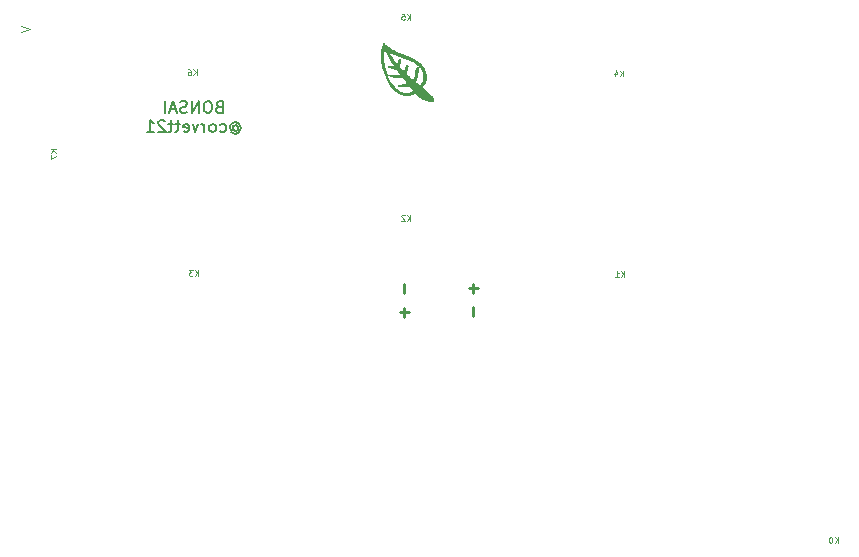
<source format=gbr>
%TF.GenerationSoftware,KiCad,Pcbnew,8.0.2*%
%TF.CreationDate,2024-07-05T21:54:23-05:00*%
%TF.ProjectId,bonsai,626f6e73-6169-42e6-9b69-6361645f7063,v1*%
%TF.SameCoordinates,Original*%
%TF.FileFunction,Legend,Bot*%
%TF.FilePolarity,Positive*%
%FSLAX46Y46*%
G04 Gerber Fmt 4.6, Leading zero omitted, Abs format (unit mm)*
G04 Created by KiCad (PCBNEW 8.0.2) date 2024-07-05 21:54:23*
%MOMM*%
%LPD*%
G01*
G04 APERTURE LIST*
%ADD10C,0.250000*%
%ADD11C,0.100000*%
%ADD12C,0.125000*%
%ADD13C,0.150000*%
%ADD14C,0.000000*%
G04 APERTURE END LIST*
D10*
X58341333Y-50627568D02*
X58341333Y-51389473D01*
X63852568Y-50958666D02*
X64614473Y-50958666D01*
X64233520Y-51339619D02*
X64233520Y-50577714D01*
X64191333Y-52577568D02*
X64191333Y-53339473D01*
D11*
X25934211Y-28730752D02*
X26696115Y-29016466D01*
X26696115Y-29016466D02*
X25934211Y-29302180D01*
D12*
X58898716Y-28232309D02*
X58898716Y-27732309D01*
X58613002Y-28232309D02*
X58827287Y-27946595D01*
X58613002Y-27732309D02*
X58898716Y-28018023D01*
X58160621Y-27732309D02*
X58398716Y-27732309D01*
X58398716Y-27732309D02*
X58422525Y-27970404D01*
X58422525Y-27970404D02*
X58398716Y-27946595D01*
X58398716Y-27946595D02*
X58351097Y-27922785D01*
X58351097Y-27922785D02*
X58232049Y-27922785D01*
X58232049Y-27922785D02*
X58184430Y-27946595D01*
X58184430Y-27946595D02*
X58160621Y-27970404D01*
X58160621Y-27970404D02*
X58136811Y-28018023D01*
X58136811Y-28018023D02*
X58136811Y-28137071D01*
X58136811Y-28137071D02*
X58160621Y-28184690D01*
X58160621Y-28184690D02*
X58184430Y-28208500D01*
X58184430Y-28208500D02*
X58232049Y-28232309D01*
X58232049Y-28232309D02*
X58351097Y-28232309D01*
X58351097Y-28232309D02*
X58398716Y-28208500D01*
X58398716Y-28208500D02*
X58422525Y-28184690D01*
X40798716Y-32932309D02*
X40798716Y-32432309D01*
X40513002Y-32932309D02*
X40727287Y-32646595D01*
X40513002Y-32432309D02*
X40798716Y-32718023D01*
X40084430Y-32432309D02*
X40179668Y-32432309D01*
X40179668Y-32432309D02*
X40227287Y-32456119D01*
X40227287Y-32456119D02*
X40251097Y-32479928D01*
X40251097Y-32479928D02*
X40298716Y-32551357D01*
X40298716Y-32551357D02*
X40322525Y-32646595D01*
X40322525Y-32646595D02*
X40322525Y-32837071D01*
X40322525Y-32837071D02*
X40298716Y-32884690D01*
X40298716Y-32884690D02*
X40274906Y-32908500D01*
X40274906Y-32908500D02*
X40227287Y-32932309D01*
X40227287Y-32932309D02*
X40132049Y-32932309D01*
X40132049Y-32932309D02*
X40084430Y-32908500D01*
X40084430Y-32908500D02*
X40060621Y-32884690D01*
X40060621Y-32884690D02*
X40036811Y-32837071D01*
X40036811Y-32837071D02*
X40036811Y-32718023D01*
X40036811Y-32718023D02*
X40060621Y-32670404D01*
X40060621Y-32670404D02*
X40084430Y-32646595D01*
X40084430Y-32646595D02*
X40132049Y-32622785D01*
X40132049Y-32622785D02*
X40227287Y-32622785D01*
X40227287Y-32622785D02*
X40274906Y-32646595D01*
X40274906Y-32646595D02*
X40298716Y-32670404D01*
X40298716Y-32670404D02*
X40322525Y-32718023D01*
X58898716Y-45232309D02*
X58898716Y-44732309D01*
X58613002Y-45232309D02*
X58827287Y-44946595D01*
X58613002Y-44732309D02*
X58898716Y-45018023D01*
X58422525Y-44779928D02*
X58398716Y-44756119D01*
X58398716Y-44756119D02*
X58351097Y-44732309D01*
X58351097Y-44732309D02*
X58232049Y-44732309D01*
X58232049Y-44732309D02*
X58184430Y-44756119D01*
X58184430Y-44756119D02*
X58160621Y-44779928D01*
X58160621Y-44779928D02*
X58136811Y-44827547D01*
X58136811Y-44827547D02*
X58136811Y-44875166D01*
X58136811Y-44875166D02*
X58160621Y-44946595D01*
X58160621Y-44946595D02*
X58446335Y-45232309D01*
X58446335Y-45232309D02*
X58136811Y-45232309D01*
D13*
X42694047Y-35586065D02*
X42551190Y-35633684D01*
X42551190Y-35633684D02*
X42503571Y-35681303D01*
X42503571Y-35681303D02*
X42455952Y-35776541D01*
X42455952Y-35776541D02*
X42455952Y-35919398D01*
X42455952Y-35919398D02*
X42503571Y-36014636D01*
X42503571Y-36014636D02*
X42551190Y-36062256D01*
X42551190Y-36062256D02*
X42646428Y-36109875D01*
X42646428Y-36109875D02*
X43027380Y-36109875D01*
X43027380Y-36109875D02*
X43027380Y-35109875D01*
X43027380Y-35109875D02*
X42694047Y-35109875D01*
X42694047Y-35109875D02*
X42598809Y-35157494D01*
X42598809Y-35157494D02*
X42551190Y-35205113D01*
X42551190Y-35205113D02*
X42503571Y-35300351D01*
X42503571Y-35300351D02*
X42503571Y-35395589D01*
X42503571Y-35395589D02*
X42551190Y-35490827D01*
X42551190Y-35490827D02*
X42598809Y-35538446D01*
X42598809Y-35538446D02*
X42694047Y-35586065D01*
X42694047Y-35586065D02*
X43027380Y-35586065D01*
X41836904Y-35109875D02*
X41646428Y-35109875D01*
X41646428Y-35109875D02*
X41551190Y-35157494D01*
X41551190Y-35157494D02*
X41455952Y-35252732D01*
X41455952Y-35252732D02*
X41408333Y-35443208D01*
X41408333Y-35443208D02*
X41408333Y-35776541D01*
X41408333Y-35776541D02*
X41455952Y-35967017D01*
X41455952Y-35967017D02*
X41551190Y-36062256D01*
X41551190Y-36062256D02*
X41646428Y-36109875D01*
X41646428Y-36109875D02*
X41836904Y-36109875D01*
X41836904Y-36109875D02*
X41932142Y-36062256D01*
X41932142Y-36062256D02*
X42027380Y-35967017D01*
X42027380Y-35967017D02*
X42074999Y-35776541D01*
X42074999Y-35776541D02*
X42074999Y-35443208D01*
X42074999Y-35443208D02*
X42027380Y-35252732D01*
X42027380Y-35252732D02*
X41932142Y-35157494D01*
X41932142Y-35157494D02*
X41836904Y-35109875D01*
X40979761Y-36109875D02*
X40979761Y-35109875D01*
X40979761Y-35109875D02*
X40408333Y-36109875D01*
X40408333Y-36109875D02*
X40408333Y-35109875D01*
X39979761Y-36062256D02*
X39836904Y-36109875D01*
X39836904Y-36109875D02*
X39598809Y-36109875D01*
X39598809Y-36109875D02*
X39503571Y-36062256D01*
X39503571Y-36062256D02*
X39455952Y-36014636D01*
X39455952Y-36014636D02*
X39408333Y-35919398D01*
X39408333Y-35919398D02*
X39408333Y-35824160D01*
X39408333Y-35824160D02*
X39455952Y-35728922D01*
X39455952Y-35728922D02*
X39503571Y-35681303D01*
X39503571Y-35681303D02*
X39598809Y-35633684D01*
X39598809Y-35633684D02*
X39789285Y-35586065D01*
X39789285Y-35586065D02*
X39884523Y-35538446D01*
X39884523Y-35538446D02*
X39932142Y-35490827D01*
X39932142Y-35490827D02*
X39979761Y-35395589D01*
X39979761Y-35395589D02*
X39979761Y-35300351D01*
X39979761Y-35300351D02*
X39932142Y-35205113D01*
X39932142Y-35205113D02*
X39884523Y-35157494D01*
X39884523Y-35157494D02*
X39789285Y-35109875D01*
X39789285Y-35109875D02*
X39551190Y-35109875D01*
X39551190Y-35109875D02*
X39408333Y-35157494D01*
X39027380Y-35824160D02*
X38551190Y-35824160D01*
X39122618Y-36109875D02*
X38789285Y-35109875D01*
X38789285Y-35109875D02*
X38455952Y-36109875D01*
X38122618Y-36109875D02*
X38122618Y-35109875D01*
X43884524Y-37243628D02*
X43932143Y-37196009D01*
X43932143Y-37196009D02*
X44027381Y-37148390D01*
X44027381Y-37148390D02*
X44122619Y-37148390D01*
X44122619Y-37148390D02*
X44217857Y-37196009D01*
X44217857Y-37196009D02*
X44265476Y-37243628D01*
X44265476Y-37243628D02*
X44313095Y-37338866D01*
X44313095Y-37338866D02*
X44313095Y-37434104D01*
X44313095Y-37434104D02*
X44265476Y-37529342D01*
X44265476Y-37529342D02*
X44217857Y-37576961D01*
X44217857Y-37576961D02*
X44122619Y-37624580D01*
X44122619Y-37624580D02*
X44027381Y-37624580D01*
X44027381Y-37624580D02*
X43932143Y-37576961D01*
X43932143Y-37576961D02*
X43884524Y-37529342D01*
X43884524Y-37148390D02*
X43884524Y-37529342D01*
X43884524Y-37529342D02*
X43836905Y-37576961D01*
X43836905Y-37576961D02*
X43789286Y-37576961D01*
X43789286Y-37576961D02*
X43694047Y-37529342D01*
X43694047Y-37529342D02*
X43646428Y-37434104D01*
X43646428Y-37434104D02*
X43646428Y-37196009D01*
X43646428Y-37196009D02*
X43741667Y-37053152D01*
X43741667Y-37053152D02*
X43884524Y-36957914D01*
X43884524Y-36957914D02*
X44075000Y-36910295D01*
X44075000Y-36910295D02*
X44265476Y-36957914D01*
X44265476Y-36957914D02*
X44408333Y-37053152D01*
X44408333Y-37053152D02*
X44503571Y-37196009D01*
X44503571Y-37196009D02*
X44551190Y-37386485D01*
X44551190Y-37386485D02*
X44503571Y-37576961D01*
X44503571Y-37576961D02*
X44408333Y-37719819D01*
X44408333Y-37719819D02*
X44265476Y-37815057D01*
X44265476Y-37815057D02*
X44075000Y-37862676D01*
X44075000Y-37862676D02*
X43884524Y-37815057D01*
X43884524Y-37815057D02*
X43741667Y-37719819D01*
X42789286Y-37672200D02*
X42884524Y-37719819D01*
X42884524Y-37719819D02*
X43075000Y-37719819D01*
X43075000Y-37719819D02*
X43170238Y-37672200D01*
X43170238Y-37672200D02*
X43217857Y-37624580D01*
X43217857Y-37624580D02*
X43265476Y-37529342D01*
X43265476Y-37529342D02*
X43265476Y-37243628D01*
X43265476Y-37243628D02*
X43217857Y-37148390D01*
X43217857Y-37148390D02*
X43170238Y-37100771D01*
X43170238Y-37100771D02*
X43075000Y-37053152D01*
X43075000Y-37053152D02*
X42884524Y-37053152D01*
X42884524Y-37053152D02*
X42789286Y-37100771D01*
X42217857Y-37719819D02*
X42313095Y-37672200D01*
X42313095Y-37672200D02*
X42360714Y-37624580D01*
X42360714Y-37624580D02*
X42408333Y-37529342D01*
X42408333Y-37529342D02*
X42408333Y-37243628D01*
X42408333Y-37243628D02*
X42360714Y-37148390D01*
X42360714Y-37148390D02*
X42313095Y-37100771D01*
X42313095Y-37100771D02*
X42217857Y-37053152D01*
X42217857Y-37053152D02*
X42075000Y-37053152D01*
X42075000Y-37053152D02*
X41979762Y-37100771D01*
X41979762Y-37100771D02*
X41932143Y-37148390D01*
X41932143Y-37148390D02*
X41884524Y-37243628D01*
X41884524Y-37243628D02*
X41884524Y-37529342D01*
X41884524Y-37529342D02*
X41932143Y-37624580D01*
X41932143Y-37624580D02*
X41979762Y-37672200D01*
X41979762Y-37672200D02*
X42075000Y-37719819D01*
X42075000Y-37719819D02*
X42217857Y-37719819D01*
X41455952Y-37719819D02*
X41455952Y-37053152D01*
X41455952Y-37243628D02*
X41408333Y-37148390D01*
X41408333Y-37148390D02*
X41360714Y-37100771D01*
X41360714Y-37100771D02*
X41265476Y-37053152D01*
X41265476Y-37053152D02*
X41170238Y-37053152D01*
X40932142Y-37053152D02*
X40694047Y-37719819D01*
X40694047Y-37719819D02*
X40455952Y-37053152D01*
X39694047Y-37672200D02*
X39789285Y-37719819D01*
X39789285Y-37719819D02*
X39979761Y-37719819D01*
X39979761Y-37719819D02*
X40074999Y-37672200D01*
X40074999Y-37672200D02*
X40122618Y-37576961D01*
X40122618Y-37576961D02*
X40122618Y-37196009D01*
X40122618Y-37196009D02*
X40074999Y-37100771D01*
X40074999Y-37100771D02*
X39979761Y-37053152D01*
X39979761Y-37053152D02*
X39789285Y-37053152D01*
X39789285Y-37053152D02*
X39694047Y-37100771D01*
X39694047Y-37100771D02*
X39646428Y-37196009D01*
X39646428Y-37196009D02*
X39646428Y-37291247D01*
X39646428Y-37291247D02*
X40122618Y-37386485D01*
X39360713Y-37053152D02*
X38979761Y-37053152D01*
X39217856Y-36719819D02*
X39217856Y-37576961D01*
X39217856Y-37576961D02*
X39170237Y-37672200D01*
X39170237Y-37672200D02*
X39074999Y-37719819D01*
X39074999Y-37719819D02*
X38979761Y-37719819D01*
X38789284Y-37053152D02*
X38408332Y-37053152D01*
X38646427Y-36719819D02*
X38646427Y-37576961D01*
X38646427Y-37576961D02*
X38598808Y-37672200D01*
X38598808Y-37672200D02*
X38503570Y-37719819D01*
X38503570Y-37719819D02*
X38408332Y-37719819D01*
X38122617Y-36815057D02*
X38074998Y-36767438D01*
X38074998Y-36767438D02*
X37979760Y-36719819D01*
X37979760Y-36719819D02*
X37741665Y-36719819D01*
X37741665Y-36719819D02*
X37646427Y-36767438D01*
X37646427Y-36767438D02*
X37598808Y-36815057D01*
X37598808Y-36815057D02*
X37551189Y-36910295D01*
X37551189Y-36910295D02*
X37551189Y-37005533D01*
X37551189Y-37005533D02*
X37598808Y-37148390D01*
X37598808Y-37148390D02*
X38170236Y-37719819D01*
X38170236Y-37719819D02*
X37551189Y-37719819D01*
X36598808Y-37719819D02*
X37170236Y-37719819D01*
X36884522Y-37719819D02*
X36884522Y-36719819D01*
X36884522Y-36719819D02*
X36979760Y-36862676D01*
X36979760Y-36862676D02*
X37074998Y-36957914D01*
X37074998Y-36957914D02*
X37170236Y-37005533D01*
D12*
X28932309Y-39201283D02*
X28432309Y-39201283D01*
X28932309Y-39486997D02*
X28646595Y-39272712D01*
X28432309Y-39486997D02*
X28718023Y-39201283D01*
X28432309Y-39653664D02*
X28432309Y-39986997D01*
X28432309Y-39986997D02*
X28932309Y-39772712D01*
D10*
X58002568Y-52983666D02*
X58764473Y-52983666D01*
X58383520Y-53364619D02*
X58383520Y-52602714D01*
D12*
X40915116Y-49932309D02*
X40915116Y-49432309D01*
X40629402Y-49932309D02*
X40843687Y-49646595D01*
X40629402Y-49432309D02*
X40915116Y-49718023D01*
X40462735Y-49432309D02*
X40153211Y-49432309D01*
X40153211Y-49432309D02*
X40319878Y-49622785D01*
X40319878Y-49622785D02*
X40248449Y-49622785D01*
X40248449Y-49622785D02*
X40200830Y-49646595D01*
X40200830Y-49646595D02*
X40177021Y-49670404D01*
X40177021Y-49670404D02*
X40153211Y-49718023D01*
X40153211Y-49718023D02*
X40153211Y-49837071D01*
X40153211Y-49837071D02*
X40177021Y-49884690D01*
X40177021Y-49884690D02*
X40200830Y-49908500D01*
X40200830Y-49908500D02*
X40248449Y-49932309D01*
X40248449Y-49932309D02*
X40391306Y-49932309D01*
X40391306Y-49932309D02*
X40438925Y-49908500D01*
X40438925Y-49908500D02*
X40462735Y-49884690D01*
X76898716Y-33032309D02*
X76898716Y-32532309D01*
X76613002Y-33032309D02*
X76827287Y-32746595D01*
X76613002Y-32532309D02*
X76898716Y-32818023D01*
X76184430Y-32698976D02*
X76184430Y-33032309D01*
X76303478Y-32508500D02*
X76422525Y-32865642D01*
X76422525Y-32865642D02*
X76113002Y-32865642D01*
X95098716Y-72532309D02*
X95098716Y-72032309D01*
X94813002Y-72532309D02*
X95027287Y-72246595D01*
X94813002Y-72032309D02*
X95098716Y-72318023D01*
X94503478Y-72032309D02*
X94455859Y-72032309D01*
X94455859Y-72032309D02*
X94408240Y-72056119D01*
X94408240Y-72056119D02*
X94384430Y-72079928D01*
X94384430Y-72079928D02*
X94360621Y-72127547D01*
X94360621Y-72127547D02*
X94336811Y-72222785D01*
X94336811Y-72222785D02*
X94336811Y-72341833D01*
X94336811Y-72341833D02*
X94360621Y-72437071D01*
X94360621Y-72437071D02*
X94384430Y-72484690D01*
X94384430Y-72484690D02*
X94408240Y-72508500D01*
X94408240Y-72508500D02*
X94455859Y-72532309D01*
X94455859Y-72532309D02*
X94503478Y-72532309D01*
X94503478Y-72532309D02*
X94551097Y-72508500D01*
X94551097Y-72508500D02*
X94574906Y-72484690D01*
X94574906Y-72484690D02*
X94598716Y-72437071D01*
X94598716Y-72437071D02*
X94622525Y-72341833D01*
X94622525Y-72341833D02*
X94622525Y-72222785D01*
X94622525Y-72222785D02*
X94598716Y-72127547D01*
X94598716Y-72127547D02*
X94574906Y-72079928D01*
X94574906Y-72079928D02*
X94551097Y-72056119D01*
X94551097Y-72056119D02*
X94503478Y-72032309D01*
X76998716Y-50032309D02*
X76998716Y-49532309D01*
X76713002Y-50032309D02*
X76927287Y-49746595D01*
X76713002Y-49532309D02*
X76998716Y-49818023D01*
X76236811Y-50032309D02*
X76522525Y-50032309D01*
X76379668Y-50032309D02*
X76379668Y-49532309D01*
X76379668Y-49532309D02*
X76427287Y-49603738D01*
X76427287Y-49603738D02*
X76474906Y-49651357D01*
X76474906Y-49651357D02*
X76522525Y-49675166D01*
D14*
%TO.C,G\u002A\u002A\u002A*%
G36*
X60297659Y-33068827D02*
G01*
X60287835Y-33188514D01*
X60266155Y-33308515D01*
X60232727Y-33428356D01*
X60187655Y-33547560D01*
X60131047Y-33665654D01*
X60063007Y-33782161D01*
X59983642Y-33896606D01*
X59982428Y-33898225D01*
X59964696Y-33922093D01*
X59950039Y-33942224D01*
X59939951Y-33956542D01*
X59935923Y-33962972D01*
X59938593Y-33966292D01*
X59949665Y-33976994D01*
X59968324Y-33994066D01*
X59993491Y-34016547D01*
X60024085Y-34043471D01*
X60059025Y-34073877D01*
X60097231Y-34106799D01*
X60113730Y-34120966D01*
X60157684Y-34158848D01*
X60202072Y-34197285D01*
X60244904Y-34234542D01*
X60284190Y-34268887D01*
X60317941Y-34298587D01*
X60344167Y-34321908D01*
X60370973Y-34345884D01*
X60377171Y-34351403D01*
X60409136Y-34379868D01*
X60450419Y-34416504D01*
X60491383Y-34452740D01*
X60528587Y-34485523D01*
X60580538Y-34531920D01*
X60653974Y-34600735D01*
X60717147Y-34664535D01*
X60770485Y-34723928D01*
X60814420Y-34779521D01*
X60849380Y-34831922D01*
X60875795Y-34881739D01*
X60894097Y-34929577D01*
X60904714Y-34976046D01*
X60908076Y-35021753D01*
X60907920Y-35030743D01*
X60902184Y-35075225D01*
X60887861Y-35110802D01*
X60864506Y-35138029D01*
X60831672Y-35157459D01*
X60788911Y-35169648D01*
X60781212Y-35170740D01*
X60756045Y-35172510D01*
X60722007Y-35173390D01*
X60681584Y-35173448D01*
X60637262Y-35172752D01*
X60591528Y-35171369D01*
X60546867Y-35169365D01*
X60505767Y-35166809D01*
X60470713Y-35163768D01*
X60444192Y-35160309D01*
X60337491Y-35137974D01*
X60214840Y-35101608D01*
X60093557Y-35053894D01*
X59973190Y-34994608D01*
X59853289Y-34923525D01*
X59733406Y-34840420D01*
X59613088Y-34745068D01*
X59604559Y-34737798D01*
X59575967Y-34712574D01*
X59541925Y-34681600D01*
X59504902Y-34647162D01*
X59467369Y-34611551D01*
X59431793Y-34577055D01*
X59322041Y-34469240D01*
X59247022Y-34506207D01*
X59222054Y-34518303D01*
X59089734Y-34575457D01*
X58958330Y-34620563D01*
X58828097Y-34653624D01*
X58699293Y-34674644D01*
X58572173Y-34683628D01*
X58446993Y-34680578D01*
X58324011Y-34665500D01*
X58203483Y-34638396D01*
X58085664Y-34599272D01*
X57970811Y-34548130D01*
X57859181Y-34484975D01*
X57814908Y-34456026D01*
X57706672Y-34375848D01*
X57600408Y-34283684D01*
X57496334Y-34179821D01*
X57394668Y-34064549D01*
X57295630Y-33938155D01*
X57199438Y-33800928D01*
X57106310Y-33653157D01*
X57016464Y-33495130D01*
X56930120Y-33327135D01*
X56847496Y-33149462D01*
X56821553Y-33090010D01*
X56735682Y-32880257D01*
X56659010Y-32671601D01*
X56591679Y-32464680D01*
X56533831Y-32260129D01*
X56485607Y-32058585D01*
X56447151Y-31860683D01*
X56418603Y-31667060D01*
X56400107Y-31478352D01*
X56391804Y-31295194D01*
X56392941Y-31196139D01*
X56664989Y-31196139D01*
X56670057Y-31392753D01*
X56683607Y-31593834D01*
X56705398Y-31797156D01*
X56735186Y-32000497D01*
X56772731Y-32201633D01*
X56817791Y-32398340D01*
X56845284Y-32502803D01*
X56902416Y-32694551D01*
X56966085Y-32878369D01*
X57036077Y-33053907D01*
X57112179Y-33220816D01*
X57194179Y-33378746D01*
X57281864Y-33527347D01*
X57375021Y-33666268D01*
X57473438Y-33795161D01*
X57576901Y-33913676D01*
X57685198Y-34021462D01*
X57798117Y-34118169D01*
X57915444Y-34203449D01*
X57923768Y-34208955D01*
X58028628Y-34273302D01*
X58131480Y-34327102D01*
X58231688Y-34370081D01*
X58328618Y-34401964D01*
X58421633Y-34422476D01*
X58445103Y-34425651D01*
X58496716Y-34429637D01*
X58553914Y-34430983D01*
X58612359Y-34429732D01*
X58667714Y-34425925D01*
X58715641Y-34419606D01*
X58791537Y-34403256D01*
X58887131Y-34375273D01*
X58982381Y-34339742D01*
X59073089Y-34298091D01*
X59094739Y-34287267D01*
X59113481Y-34277332D01*
X59124908Y-34268647D01*
X59128992Y-34259334D01*
X59125705Y-34247514D01*
X59115022Y-34231309D01*
X59096913Y-34208841D01*
X59071354Y-34178232D01*
X59055287Y-34158763D01*
X59753285Y-34158763D01*
X59760659Y-34167662D01*
X59777926Y-34183547D01*
X59805162Y-34206484D01*
X59842440Y-34236537D01*
X59871459Y-34259334D01*
X59889834Y-34273769D01*
X59894842Y-34277667D01*
X59929390Y-34304531D01*
X59955429Y-34324662D01*
X59974162Y-34338907D01*
X59986791Y-34348109D01*
X59994520Y-34353115D01*
X59998551Y-34354769D01*
X60000088Y-34353917D01*
X60000332Y-34351403D01*
X60000324Y-34351285D01*
X59995240Y-34344832D01*
X59982094Y-34332739D01*
X59962827Y-34316694D01*
X59939380Y-34298383D01*
X59921345Y-34284581D01*
X59886545Y-34257493D01*
X59850967Y-34229340D01*
X59820020Y-34204382D01*
X59819938Y-34204315D01*
X59796714Y-34185792D01*
X59776614Y-34170629D01*
X59761786Y-34160388D01*
X59754379Y-34156631D01*
X59753285Y-34158763D01*
X59055287Y-34158763D01*
X59048353Y-34150361D01*
X59017584Y-34112787D01*
X58984159Y-34071733D01*
X58950789Y-34030531D01*
X58920186Y-33992511D01*
X58910978Y-33981092D01*
X58886438Y-33951316D01*
X58864537Y-33925671D01*
X58846544Y-33905583D01*
X58833724Y-33892483D01*
X58827345Y-33887798D01*
X58827149Y-33887800D01*
X58817686Y-33888317D01*
X58797976Y-33889652D01*
X58770110Y-33891654D01*
X58736182Y-33894174D01*
X58698282Y-33897061D01*
X58694080Y-33897382D01*
X58648623Y-33900582D01*
X58595339Y-33903944D01*
X58538448Y-33907223D01*
X58482170Y-33910175D01*
X58430724Y-33912556D01*
X58414517Y-33913282D01*
X58367568Y-33915795D01*
X58321407Y-33918810D01*
X58278962Y-33922105D01*
X58243159Y-33925460D01*
X58216927Y-33928655D01*
X58197751Y-33931264D01*
X58166834Y-33934578D01*
X58139707Y-33936476D01*
X58120637Y-33936603D01*
X58104144Y-33936313D01*
X58088521Y-33939698D01*
X58075646Y-33948751D01*
X58067555Y-33954799D01*
X58047418Y-33961889D01*
X58026049Y-33961759D01*
X58006728Y-33955239D01*
X57992731Y-33943161D01*
X57987337Y-33926356D01*
X57987099Y-33923034D01*
X57983667Y-33918087D01*
X57973799Y-33916457D01*
X57954517Y-33917327D01*
X57941718Y-33917895D01*
X57920187Y-33915593D01*
X57902441Y-33907639D01*
X57897613Y-33904211D01*
X57880066Y-33884946D01*
X57867266Y-33860655D01*
X57862330Y-33836841D01*
X57863216Y-33828938D01*
X57871708Y-33807508D01*
X57886493Y-33787267D01*
X57904228Y-33773288D01*
X57915460Y-33768428D01*
X57942860Y-33759133D01*
X57981603Y-33747964D01*
X58031090Y-33735063D01*
X58090721Y-33720575D01*
X58159897Y-33704645D01*
X58238017Y-33687416D01*
X58324482Y-33669032D01*
X58418693Y-33649637D01*
X58427632Y-33647825D01*
X58478742Y-33637463D01*
X58519070Y-33629263D01*
X58549890Y-33622931D01*
X58572473Y-33618169D01*
X58588091Y-33614683D01*
X58598017Y-33612176D01*
X58603522Y-33610353D01*
X58605880Y-33608917D01*
X58606362Y-33607573D01*
X58606239Y-33606026D01*
X58605310Y-33604161D01*
X58598000Y-33593903D01*
X58584366Y-33576189D01*
X58565543Y-33552460D01*
X58542667Y-33524155D01*
X58516875Y-33492717D01*
X58485995Y-33455160D01*
X58448350Y-33409044D01*
X58409011Y-33360577D01*
X58371110Y-33313617D01*
X58337777Y-33272022D01*
X58323457Y-33254071D01*
X58298845Y-33223254D01*
X58277376Y-33196416D01*
X58260210Y-33175006D01*
X58248511Y-33160475D01*
X58243440Y-33154273D01*
X58242788Y-33153742D01*
X58233586Y-33153718D01*
X58219517Y-33159042D01*
X58215568Y-33160874D01*
X58197392Y-33167507D01*
X58172593Y-33175026D01*
X58145343Y-33182134D01*
X58120457Y-33187033D01*
X58064591Y-33192656D01*
X57998467Y-33193408D01*
X57922895Y-33189319D01*
X57838687Y-33180419D01*
X57746653Y-33166742D01*
X57706568Y-33160252D01*
X57653092Y-33152129D01*
X57598282Y-33144291D01*
X57546684Y-33137384D01*
X57502843Y-33132056D01*
X57493699Y-33131016D01*
X57411662Y-33120377D01*
X57341706Y-33108759D01*
X57283910Y-33096183D01*
X57238352Y-33082667D01*
X57205110Y-33068231D01*
X57184262Y-33052894D01*
X57182333Y-33051002D01*
X57165993Y-33040716D01*
X57146284Y-33034163D01*
X57119478Y-33027132D01*
X57095278Y-33015190D01*
X57081049Y-33000426D01*
X57075587Y-32984797D01*
X57074848Y-32959527D01*
X57081430Y-32934483D01*
X57094131Y-32913568D01*
X57111750Y-32900687D01*
X57116142Y-32899710D01*
X57133113Y-32898179D01*
X57159933Y-32897059D01*
X57194867Y-32896330D01*
X57236183Y-32895972D01*
X57282146Y-32895967D01*
X57331023Y-32896294D01*
X57381080Y-32896934D01*
X57430584Y-32897867D01*
X57477800Y-32899075D01*
X57520996Y-32900538D01*
X57558436Y-32902237D01*
X57588389Y-32904151D01*
X57609119Y-32906262D01*
X57624162Y-32907794D01*
X57653810Y-32909389D01*
X57691755Y-32910420D01*
X57735688Y-32910913D01*
X57783297Y-32910896D01*
X57832272Y-32910394D01*
X57880302Y-32909435D01*
X57925075Y-32908045D01*
X57964283Y-32906251D01*
X57995612Y-32904080D01*
X58016754Y-32901557D01*
X58043045Y-32896929D01*
X57988757Y-32825037D01*
X57987279Y-32823075D01*
X57968592Y-32797995D01*
X57944347Y-32765048D01*
X57916081Y-32726348D01*
X57885334Y-32684007D01*
X57853645Y-32640139D01*
X57822553Y-32596856D01*
X57804117Y-32571172D01*
X57774907Y-32530865D01*
X57751618Y-32499411D01*
X57733490Y-32475870D01*
X57719762Y-32459301D01*
X57709676Y-32448765D01*
X57702471Y-32443323D01*
X57697386Y-32442033D01*
X57647821Y-32446499D01*
X57592373Y-32448018D01*
X57541454Y-32444615D01*
X57491046Y-32435977D01*
X57437129Y-32421791D01*
X57430511Y-32419779D01*
X57398174Y-32409368D01*
X57359395Y-32396173D01*
X57316459Y-32381040D01*
X57271653Y-32364816D01*
X57227265Y-32348346D01*
X57185580Y-32332477D01*
X57148886Y-32318054D01*
X57119470Y-32305924D01*
X57099619Y-32296932D01*
X57077232Y-32286381D01*
X57049870Y-32274707D01*
X57027061Y-32266194D01*
X57024624Y-32265380D01*
X56993461Y-32250786D01*
X56974147Y-32232221D01*
X56966631Y-32209540D01*
X56970864Y-32182602D01*
X56986795Y-32151263D01*
X56990848Y-32145212D01*
X57007766Y-32124973D01*
X57027012Y-32111379D01*
X57051035Y-32103541D01*
X57082282Y-32100565D01*
X57123199Y-32101560D01*
X57125937Y-32101723D01*
X57163572Y-32105085D01*
X57203526Y-32110871D01*
X57247673Y-32119485D01*
X57297887Y-32131329D01*
X57356042Y-32146808D01*
X57424010Y-32166324D01*
X57426941Y-32167187D01*
X57462518Y-32177470D01*
X57493676Y-32186135D01*
X57518526Y-32192684D01*
X57535183Y-32196617D01*
X57541757Y-32197436D01*
X57539975Y-32193052D01*
X57532241Y-32179446D01*
X57519254Y-32158048D01*
X57501893Y-32130276D01*
X57481038Y-32097553D01*
X57457565Y-32061298D01*
X57437412Y-32030299D01*
X57353409Y-31898706D01*
X57274143Y-31770353D01*
X57196596Y-31640370D01*
X57179322Y-31610959D01*
X57158670Y-31575904D01*
X57138400Y-31541649D01*
X57117370Y-31506276D01*
X57094439Y-31467870D01*
X57068464Y-31424514D01*
X57038302Y-31374293D01*
X57002812Y-31315290D01*
X56961522Y-31245125D01*
X56894658Y-31124877D01*
X56831059Y-31002345D01*
X56795033Y-30927681D01*
X57074613Y-30927681D01*
X57076834Y-30932992D01*
X57084498Y-30947790D01*
X57096718Y-30970247D01*
X57112543Y-30998678D01*
X57131021Y-31031400D01*
X57151200Y-31066728D01*
X57172127Y-31102977D01*
X57192851Y-31138464D01*
X57212420Y-31171505D01*
X57305799Y-31321434D01*
X57419417Y-31489954D01*
X57543904Y-31661431D01*
X57678789Y-31835196D01*
X57699076Y-31860453D01*
X57724167Y-31891481D01*
X57745956Y-31918189D01*
X57763322Y-31939212D01*
X57775143Y-31953185D01*
X57780297Y-31958742D01*
X57783327Y-31954112D01*
X57788812Y-31939166D01*
X57796164Y-31915719D01*
X57804810Y-31885599D01*
X57814176Y-31850634D01*
X57827281Y-31801411D01*
X57844094Y-31743023D01*
X57859851Y-31694556D01*
X57875060Y-31654600D01*
X57890225Y-31621744D01*
X57905851Y-31594576D01*
X57924997Y-31568109D01*
X57948751Y-31545211D01*
X57975702Y-31530776D01*
X58008869Y-31522697D01*
X58036572Y-31518905D01*
X58062199Y-31516874D01*
X58079922Y-31518074D01*
X58092118Y-31522717D01*
X58101163Y-31531019D01*
X58102382Y-31532562D01*
X58107779Y-31541607D01*
X58110389Y-31552983D01*
X58110608Y-31570045D01*
X58108830Y-31596151D01*
X58103035Y-31650723D01*
X58093199Y-31719704D01*
X58080314Y-31794966D01*
X58064949Y-31873611D01*
X58047673Y-31952742D01*
X58029055Y-32029462D01*
X58009664Y-32100872D01*
X57983180Y-32192533D01*
X58048731Y-32263412D01*
X58061897Y-32277619D01*
X58103470Y-32322134D01*
X58144613Y-32365697D01*
X58184428Y-32407395D01*
X58222017Y-32446317D01*
X58256484Y-32481548D01*
X58286932Y-32512178D01*
X58312463Y-32537294D01*
X58332180Y-32555982D01*
X58345186Y-32567331D01*
X58350584Y-32570428D01*
X58353446Y-32564041D01*
X58359290Y-32547409D01*
X58367360Y-32522621D01*
X58377007Y-32491675D01*
X58387579Y-32456572D01*
X58405806Y-32396949D01*
X58431634Y-32319581D01*
X58456604Y-32253785D01*
X58480975Y-32199049D01*
X58505008Y-32154860D01*
X58528961Y-32120702D01*
X58553093Y-32096065D01*
X58577665Y-32080434D01*
X58602480Y-32072388D01*
X58637828Y-32069882D01*
X58672292Y-32076368D01*
X58702682Y-32091134D01*
X58725807Y-32113469D01*
X58732024Y-32122952D01*
X58737863Y-32135217D01*
X58741175Y-32149023D01*
X58741786Y-32165853D01*
X58739520Y-32187191D01*
X58734201Y-32214521D01*
X58725656Y-32249327D01*
X58713708Y-32293091D01*
X58698182Y-32347298D01*
X58690403Y-32374361D01*
X58673374Y-32436003D01*
X58659227Y-32491689D01*
X58646994Y-32545576D01*
X58635710Y-32601821D01*
X58624407Y-32664581D01*
X58597611Y-32819829D01*
X58629809Y-32849002D01*
X58632533Y-32851470D01*
X58647705Y-32865218D01*
X58670246Y-32885644D01*
X58698675Y-32911406D01*
X58731510Y-32941162D01*
X58767272Y-32973570D01*
X58804477Y-33007286D01*
X58828244Y-33028785D01*
X58882296Y-33077389D01*
X58934156Y-33123630D01*
X58983041Y-33166834D01*
X59028170Y-33206327D01*
X59068759Y-33241435D01*
X59104027Y-33271484D01*
X59133190Y-33295799D01*
X59155468Y-33313707D01*
X59170076Y-33324533D01*
X59176233Y-33327604D01*
X59176657Y-33327274D01*
X59181664Y-33317996D01*
X59188513Y-33298733D01*
X59196630Y-33271526D01*
X59205439Y-33238411D01*
X59214362Y-33201430D01*
X59222826Y-33162620D01*
X59223914Y-33157115D01*
X59228695Y-33129412D01*
X59234367Y-33092180D01*
X59240614Y-33047710D01*
X59247123Y-32998296D01*
X59253580Y-32946229D01*
X59259670Y-32893804D01*
X59267887Y-32822286D01*
X59278181Y-32739164D01*
X59288239Y-32666510D01*
X59298326Y-32603183D01*
X59308707Y-32548042D01*
X59319650Y-32499948D01*
X59331418Y-32457758D01*
X59344278Y-32420333D01*
X59358495Y-32386532D01*
X59374335Y-32355213D01*
X59392064Y-32325236D01*
X59412528Y-32295087D01*
X59438513Y-32264592D01*
X59464374Y-32244244D01*
X59491682Y-32232884D01*
X59522005Y-32229354D01*
X59530070Y-32229586D01*
X59567213Y-32237148D01*
X59598788Y-32254404D01*
X59622939Y-32280022D01*
X59637812Y-32312666D01*
X59639910Y-32324833D01*
X59640562Y-32354970D01*
X59637526Y-32396479D01*
X59630854Y-32449016D01*
X59620600Y-32512235D01*
X59606816Y-32585789D01*
X59589556Y-32669333D01*
X59568873Y-32762521D01*
X59558412Y-32808936D01*
X59545748Y-32866336D01*
X59532656Y-32926709D01*
X59520180Y-32985239D01*
X59509365Y-33037107D01*
X59500224Y-33080232D01*
X59478270Y-33173701D01*
X59455142Y-33259030D01*
X59431171Y-33335126D01*
X59406690Y-33400901D01*
X59382031Y-33455263D01*
X59378386Y-33462731D01*
X59371613Y-33478904D01*
X59368927Y-33489098D01*
X59373432Y-33494686D01*
X59386535Y-33507315D01*
X59407162Y-33526008D01*
X59434237Y-33549819D01*
X59466685Y-33577804D01*
X59503430Y-33609016D01*
X59543397Y-33642510D01*
X59583214Y-33675612D01*
X59620079Y-33706164D01*
X59652761Y-33733152D01*
X59680177Y-33755687D01*
X59701244Y-33772879D01*
X59714881Y-33783837D01*
X59720003Y-33787671D01*
X59720369Y-33787516D01*
X59726180Y-33781013D01*
X59737117Y-33766480D01*
X59751725Y-33746015D01*
X59768546Y-33721717D01*
X59786126Y-33695685D01*
X59803007Y-33670015D01*
X59817735Y-33646808D01*
X59835312Y-33617543D01*
X59891644Y-33509059D01*
X59936078Y-33397862D01*
X59968624Y-33284634D01*
X59989290Y-33170057D01*
X59998084Y-33054810D01*
X59995015Y-32939577D01*
X59980092Y-32825036D01*
X59953322Y-32711870D01*
X59914714Y-32600759D01*
X59864278Y-32492385D01*
X59802020Y-32387429D01*
X59783359Y-32359860D01*
X59715997Y-32269920D01*
X59642262Y-32185804D01*
X59561397Y-32106955D01*
X59472646Y-32032819D01*
X59375252Y-31962840D01*
X59268458Y-31896461D01*
X59151507Y-31833128D01*
X59023643Y-31772284D01*
X58884109Y-31713373D01*
X58849594Y-31699743D01*
X58807889Y-31683679D01*
X58763736Y-31667136D01*
X58715784Y-31649633D01*
X58662684Y-31630691D01*
X58603086Y-31609827D01*
X58535641Y-31586561D01*
X58458998Y-31560413D01*
X58371807Y-31530902D01*
X58318382Y-31512751D01*
X58165445Y-31459257D01*
X58023471Y-31407091D01*
X57891419Y-31355783D01*
X57768248Y-31304861D01*
X57652917Y-31253853D01*
X57544386Y-31202289D01*
X57441614Y-31149698D01*
X57343561Y-31095608D01*
X57249185Y-31039547D01*
X57157445Y-30981046D01*
X57139314Y-30969115D01*
X57113631Y-30952336D01*
X57093120Y-30939086D01*
X57079531Y-30930492D01*
X57074613Y-30927681D01*
X56795033Y-30927681D01*
X56772611Y-30881210D01*
X56721197Y-30765155D01*
X56714855Y-30750265D01*
X56705024Y-30727917D01*
X56697432Y-30711582D01*
X56693344Y-30704031D01*
X56691438Y-30706128D01*
X56688784Y-30719035D01*
X56685846Y-30742084D01*
X56682727Y-30773985D01*
X56679531Y-30813451D01*
X56676359Y-30859194D01*
X56673315Y-30909924D01*
X56670502Y-30964355D01*
X56668022Y-31021196D01*
X56664989Y-31196139D01*
X56392941Y-31196139D01*
X56393836Y-31118223D01*
X56399348Y-31026513D01*
X56414334Y-30887161D01*
X56436871Y-30752690D01*
X56466645Y-30624578D01*
X56503346Y-30504306D01*
X56546660Y-30393353D01*
X56556526Y-30370500D01*
X56562686Y-30353861D01*
X56564780Y-30342224D01*
X56563370Y-30332280D01*
X56559022Y-30320716D01*
X56551966Y-30297662D01*
X56551415Y-30268067D01*
X56561290Y-30243369D01*
X56580884Y-30225049D01*
X56609495Y-30214588D01*
X56613518Y-30213679D01*
X56635077Y-30204992D01*
X56654414Y-30192248D01*
X56667218Y-30182952D01*
X56693315Y-30174075D01*
X56719805Y-30177477D01*
X56745462Y-30193148D01*
X56750664Y-30198111D01*
X56763380Y-30214048D01*
X56769960Y-30228268D01*
X56770389Y-30232676D01*
X56769305Y-30250960D01*
X56765538Y-30275939D01*
X56759738Y-30303786D01*
X56752556Y-30330673D01*
X56752165Y-30333601D01*
X56755880Y-30337587D01*
X56767498Y-30339575D01*
X56789304Y-30340156D01*
X56791163Y-30340165D01*
X56809091Y-30340943D01*
X56824904Y-30343728D01*
X56840484Y-30349600D01*
X56857714Y-30359639D01*
X56878476Y-30374926D01*
X56904653Y-30396541D01*
X56938127Y-30425564D01*
X56942133Y-30429066D01*
X57001633Y-30479080D01*
X57063361Y-30526996D01*
X57130416Y-30575132D01*
X57205895Y-30625804D01*
X57210614Y-30628881D01*
X57266023Y-30664297D01*
X57321520Y-30698347D01*
X57378006Y-30731459D01*
X57436379Y-30764058D01*
X57497540Y-30796574D01*
X57562386Y-30829432D01*
X57631819Y-30863060D01*
X57706736Y-30897886D01*
X57788038Y-30934337D01*
X57876624Y-30972839D01*
X57973394Y-31013820D01*
X58079245Y-31057708D01*
X58195079Y-31104929D01*
X58321794Y-31155911D01*
X58339694Y-31163077D01*
X58440693Y-31203653D01*
X58531351Y-31240355D01*
X58612820Y-31273679D01*
X58686252Y-31304117D01*
X58752799Y-31332165D01*
X58813611Y-31358316D01*
X58869842Y-31383067D01*
X58922642Y-31406910D01*
X58973164Y-31430340D01*
X59022559Y-31453852D01*
X59071979Y-31477939D01*
X59079474Y-31481639D01*
X59214010Y-31550870D01*
X59337409Y-31620067D01*
X59450940Y-31690010D01*
X59555872Y-31761478D01*
X59653476Y-31835251D01*
X59676679Y-31854416D01*
X59714928Y-31888047D01*
X59756877Y-31926827D01*
X59800303Y-31968569D01*
X59842986Y-32011087D01*
X59882701Y-32052195D01*
X59917227Y-32089704D01*
X59944343Y-32121431D01*
X59962540Y-32144464D01*
X60034982Y-32246030D01*
X60101494Y-32355294D01*
X60160572Y-32469409D01*
X60210711Y-32585527D01*
X60250408Y-32700803D01*
X60254941Y-32716403D01*
X60281318Y-32832296D01*
X60295522Y-32949929D01*
X60297407Y-33054810D01*
X60297659Y-33068827D01*
G37*
%TD*%
M02*

</source>
